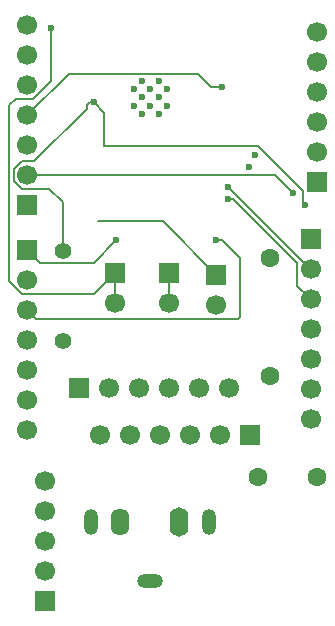
<source format=gbr>
%TF.GenerationSoftware,KiCad,Pcbnew,9.0.7*%
%TF.CreationDate,2026-02-12T01:51:18+01:00*%
%TF.ProjectId,ESP_catphones,4553505f-6361-4747-9068-6f6e65732e6b,rev?*%
%TF.SameCoordinates,Original*%
%TF.FileFunction,Copper,L3,Inr*%
%TF.FilePolarity,Positive*%
%FSLAX46Y46*%
G04 Gerber Fmt 4.6, Leading zero omitted, Abs format (unit mm)*
G04 Created by KiCad (PCBNEW 9.0.7) date 2026-02-12 01:51:18*
%MOMM*%
%LPD*%
G01*
G04 APERTURE LIST*
%TA.AperFunction,ComponentPad*%
%ADD10O,1.600000X2.500000*%
%TD*%
%TA.AperFunction,ComponentPad*%
%ADD11O,1.200000X2.200000*%
%TD*%
%TA.AperFunction,ComponentPad*%
%ADD12O,2.200000X1.200000*%
%TD*%
%TA.AperFunction,ComponentPad*%
%ADD13O,1.600000X2.300000*%
%TD*%
%TA.AperFunction,ComponentPad*%
%ADD14C,1.700000*%
%TD*%
%TA.AperFunction,ComponentPad*%
%ADD15R,1.700000X1.700000*%
%TD*%
%TA.AperFunction,HeatsinkPad*%
%ADD16C,0.600000*%
%TD*%
%TA.AperFunction,ComponentPad*%
%ADD17C,1.600000*%
%TD*%
%TA.AperFunction,ComponentPad*%
%ADD18C,1.400000*%
%TD*%
%TA.AperFunction,ViaPad*%
%ADD19C,0.600000*%
%TD*%
%TA.AperFunction,Conductor*%
%ADD20C,0.200000*%
%TD*%
G04 APERTURE END LIST*
D10*
%TO.N,N/C*%
%TO.C,J10*%
X27835413Y-60369717D03*
D11*
%TO.N,Net-(J11-Pin_4)*%
X30335413Y-60369717D03*
D12*
%TO.N,Net-(J11-Pin_1)*%
X25335413Y-65369717D03*
D13*
%TO.N,N/C*%
X22835413Y-60369717D03*
D11*
X20335413Y-60369717D03*
%TD*%
D14*
%TO.N,GND*%
%TO.C,J8*%
X39500000Y-18840000D03*
%TO.N,Net-(J8-Pin_5)*%
X39500000Y-21380000D03*
%TO.N,Net-(J8-Pin_4)*%
X39500000Y-23920000D03*
%TO.N,Net-(J8-Pin_3)*%
X39500000Y-26460000D03*
%TO.N,Net-(J8-Pin_2)*%
X39500000Y-29000000D03*
D15*
%TO.N,Net-(J8-Pin_1)*%
X39500000Y-31540000D03*
%TD*%
D14*
%TO.N,+3V3*%
%TO.C,J7*%
X15000000Y-52580000D03*
%TO.N,GND*%
X15000000Y-50040000D03*
%TO.N,unconnected-(J7-Pin_5-Pad5)*%
X15000000Y-47500000D03*
%TO.N,unconnected-(J7-Pin_4-Pad4)*%
X15000000Y-44960000D03*
%TO.N,Net-(J7-Pin_3)*%
X15000000Y-42420000D03*
%TO.N,Net-(J7-Pin_2)*%
X15000000Y-39880000D03*
D15*
%TO.N,Net-(J7-Pin_1)*%
X15000000Y-37340000D03*
%TD*%
D16*
%TO.N,GND*%
%TO.C,U1*%
X26800000Y-25100000D03*
X26800000Y-23700000D03*
X26100000Y-25800000D03*
X26100000Y-24400000D03*
X26100000Y-23000000D03*
X25400000Y-25100000D03*
X25400000Y-23700000D03*
X24700000Y-25800000D03*
X24700000Y-24400000D03*
X24700000Y-23000000D03*
X24000000Y-25100000D03*
X24000000Y-23700000D03*
%TD*%
D15*
%TO.N,GND*%
%TO.C,J2*%
X31000000Y-39460000D03*
D14*
X31000000Y-42000000D03*
%TD*%
D17*
%TO.N,Net-(J1-Pin_5)*%
%TO.C,C1*%
X35500000Y-48000000D03*
%TO.N,Net-(U1-EN)*%
X35500000Y-38000000D03*
%TD*%
D15*
%TO.N,+5V*%
%TO.C,J4*%
X26960000Y-39250000D03*
D14*
X26960000Y-41790000D03*
%TD*%
D15*
%TO.N,Net-(J6-Pin_1)*%
%TO.C,J6*%
X39000000Y-36420000D03*
D14*
%TO.N,Net-(J6-Pin_2)*%
X39000000Y-38960000D03*
%TO.N,Net-(J6-Pin_3)*%
X39000000Y-41500000D03*
%TO.N,unconnected-(J6-Pin_4-Pad4)*%
X39000000Y-44040000D03*
%TO.N,unconnected-(J6-Pin_5-Pad5)*%
X39000000Y-46580000D03*
%TO.N,GND*%
X39000000Y-49120000D03*
%TO.N,+3V3*%
X39000000Y-51660000D03*
%TD*%
D15*
%TO.N,GND*%
%TO.C,J5*%
X19380000Y-49000000D03*
D14*
%TO.N,Net-(J5-Pin_2)*%
X21920000Y-49000000D03*
%TO.N,Net-(J5-Pin_3)*%
X24460000Y-49000000D03*
%TO.N,Net-(J5-Pin_4)*%
X27000000Y-49000000D03*
%TO.N,GND*%
X29540000Y-49000000D03*
%TO.N,+5V*%
X32080000Y-49000000D03*
%TD*%
D18*
%TO.N,+3V3*%
%TO.C,R1*%
X18000000Y-45000000D03*
%TO.N,Net-(U1-EN)*%
X18000000Y-37380000D03*
%TD*%
D15*
%TO.N,+3V3*%
%TO.C,J3*%
X22370000Y-39250000D03*
D14*
X22370000Y-41790000D03*
%TD*%
D15*
%TO.N,Net-(J9-Pin_1)*%
%TO.C,J9*%
X15000000Y-33500000D03*
D14*
%TO.N,Net-(J9-Pin_2)*%
X15000000Y-30960000D03*
%TO.N,Net-(J9-Pin_3)*%
X15000000Y-28420000D03*
%TO.N,Net-(J9-Pin_4)*%
X15000000Y-25880000D03*
%TO.N,Net-(J9-Pin_5)*%
X15000000Y-23340000D03*
%TO.N,Net-(J9-Pin_6)*%
X15000000Y-20800000D03*
%TO.N,Net-(J9-Pin_7)*%
X15000000Y-18260000D03*
%TD*%
D15*
%TO.N,GND*%
%TO.C,J1*%
X33850000Y-53000000D03*
D14*
%TO.N,+5V*%
X31310000Y-53000000D03*
%TO.N,Net-(J1-Pin_3)*%
X28770000Y-53000000D03*
%TO.N,Net-(J1-Pin_4)*%
X26230000Y-53000000D03*
%TO.N,Net-(J1-Pin_5)*%
X23690000Y-53000000D03*
%TO.N,+3V3*%
X21150000Y-53000000D03*
%TD*%
D17*
%TO.N,+3V3*%
%TO.C,C2*%
X34500000Y-56500000D03*
%TO.N,GND*%
X39500000Y-56500000D03*
%TD*%
D15*
%TO.N,Net-(J11-Pin_1)*%
%TO.C,J11*%
X16500000Y-67040000D03*
D14*
%TO.N,N/C*%
X16500000Y-64500000D03*
X16500000Y-61960000D03*
%TO.N,Net-(J11-Pin_4)*%
X16500000Y-59420000D03*
%TO.N,N/C*%
X16500000Y-56880000D03*
%TD*%
D19*
%TO.N,Net-(J9-Pin_4)*%
X33750000Y-30250000D03*
%TO.N,Net-(J9-Pin_5)*%
X34250000Y-29250000D03*
%TO.N,Net-(J9-Pin_4)*%
X31500000Y-23500000D03*
%TO.N,Net-(U1-EN)*%
X38500000Y-33500000D03*
%TO.N,+3V3*%
X17000000Y-18500000D03*
%TO.N,Net-(U1-EN)*%
X20612307Y-24806932D03*
%TO.N,Net-(J7-Pin_3)*%
X31000000Y-36500000D03*
%TO.N,Net-(J7-Pin_1)*%
X22500000Y-36500000D03*
%TO.N,Net-(J9-Pin_2)*%
X37500000Y-32500000D03*
%TO.N,Net-(J6-Pin_3)*%
X32000000Y-33000000D03*
%TO.N,Net-(J6-Pin_2)*%
X32000000Y-32000000D03*
%TD*%
D20*
%TO.N,Net-(J9-Pin_4)*%
X29399000Y-22399000D02*
X30500000Y-23500000D01*
X30500000Y-23500000D02*
X31500000Y-23500000D01*
X15000000Y-25880000D02*
X18481000Y-22399000D01*
X18481000Y-22399000D02*
X29399000Y-22399000D01*
%TO.N,+3V3*%
X22370000Y-41790000D02*
X22370000Y-39250000D01*
%TO.N,Net-(U1-EN)*%
X34500000Y-28500000D02*
X21500000Y-28500000D01*
X38349000Y-32349000D02*
X34500000Y-28500000D01*
X38500000Y-33500000D02*
X38349000Y-33349000D01*
X38349000Y-33349000D02*
X38349000Y-32349000D01*
X21500000Y-28500000D02*
X21500000Y-25694625D01*
X21500000Y-25694625D02*
X20612307Y-24806932D01*
X16825240Y-32111000D02*
X14523240Y-32111000D01*
X13849000Y-30483240D02*
X14523240Y-29809000D01*
X20000000Y-25392900D02*
X20000000Y-25065685D01*
X20258753Y-24806932D02*
X20612307Y-24806932D01*
X13849000Y-31436760D02*
X13849000Y-30483240D01*
X14523240Y-32111000D02*
X13849000Y-31436760D01*
%TO.N,+3V3*%
X14523240Y-41031000D02*
X13448000Y-39955760D01*
%TO.N,Net-(U1-EN)*%
X15583900Y-29809000D02*
X20000000Y-25392900D01*
X14523240Y-29809000D02*
X15583900Y-29809000D01*
%TO.N,+3V3*%
X20589000Y-41031000D02*
X14523240Y-41031000D01*
%TO.N,Net-(U1-EN)*%
X20000000Y-25065685D02*
X20258753Y-24806932D01*
X18000000Y-37380000D02*
X18000000Y-33285760D01*
%TO.N,+3V3*%
X13448000Y-25052000D02*
X14000000Y-24500000D01*
X22370000Y-39250000D02*
X20589000Y-41031000D01*
%TO.N,Net-(U1-EN)*%
X18000000Y-33285760D02*
X16825240Y-32111000D01*
%TO.N,+3V3*%
X17000000Y-22967760D02*
X17000000Y-18500000D01*
X13448000Y-39955760D02*
X13448000Y-25052000D01*
X14000000Y-24500000D02*
X15467760Y-24500000D01*
X15467760Y-24500000D02*
X17000000Y-22967760D01*
%TO.N,Net-(J7-Pin_3)*%
X15000000Y-42420000D02*
X15731000Y-43151000D01*
X31500000Y-36500000D02*
X31000000Y-36500000D01*
X32849000Y-43151000D02*
X33000000Y-43000000D01*
X15731000Y-43151000D02*
X32849000Y-43151000D01*
X33000000Y-43000000D02*
X33000000Y-38000000D01*
X33000000Y-38000000D02*
X31500000Y-36500000D01*
%TO.N,Net-(J7-Pin_1)*%
X15000000Y-37340000D02*
X16041000Y-38381000D01*
X16041000Y-38381000D02*
X20619000Y-38381000D01*
X20619000Y-38381000D02*
X22500000Y-36500000D01*
%TO.N,GND*%
X26442000Y-34902000D02*
X21000000Y-34902000D01*
X31000000Y-39460000D02*
X26442000Y-34902000D01*
%TO.N,Net-(J7-Pin_1)*%
X22500000Y-36500000D02*
X22379000Y-36379000D01*
%TO.N,Net-(J9-Pin_2)*%
X37500000Y-32500000D02*
X35960000Y-30960000D01*
X35960000Y-30960000D02*
X15000000Y-30960000D01*
%TO.N,Net-(J6-Pin_3)*%
X32434314Y-33000000D02*
X32000000Y-33000000D01*
%TO.N,Net-(J6-Pin_2)*%
X38960000Y-38960000D02*
X32000000Y-32000000D01*
%TO.N,Net-(J6-Pin_3)*%
X39000000Y-41500000D02*
X37849000Y-40349000D01*
X37849000Y-38414686D02*
X32434314Y-33000000D01*
X37849000Y-40349000D02*
X37849000Y-38414686D01*
%TO.N,Net-(J6-Pin_2)*%
X39000000Y-38960000D02*
X38960000Y-38960000D01*
%TO.N,+5V*%
X26960000Y-41790000D02*
X26960000Y-39250000D01*
%TD*%
M02*

</source>
